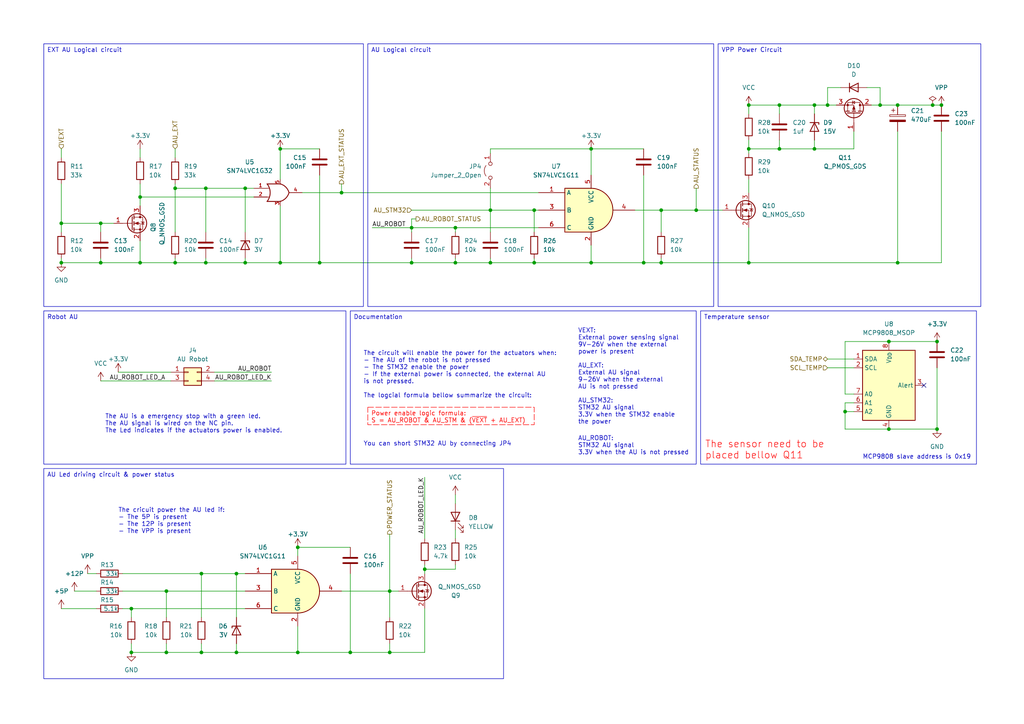
<source format=kicad_sch>
(kicad_sch (version 20230121) (generator eeschema)
  (paper "A4")
  (title_block (title "Carte Alim") (date "2025-01-15") (rev "V5.1"))
  (lib_symbols
    (symbol "ComponentsEvo:SN74LVC1G11"
      (property "Reference" "U" (at 7.62 -7.62 0))
      (property "Value" "SN74LVC1G11" (at 7.62 -10.16 0))
      (symbol "SN74LVC1G11_0_1"
        (arc (start 0 -6.35) (mid 6.3224 0) (end 0 6.35) (stroke (width 0.254)) (fill (type background)))
        (polyline (pts (xy 0 -6.35) (xy -7.62 -6.35) (xy -7.62 6.35) (xy 0 6.35)) (stroke (width 0.254)) (fill (type background)))
      )
      (symbol "SN74LVC1G11_1_1"
        (pin input line (at -15.24 5.08 0) (length 7.62) (name "A") (number "1"))
        (pin power_in line (at 0 -10.16 90) (length 3.81) (name "GND") (number "2"))
        (pin input line (at -15.24 0 0) (length 7.62) (name "B") (number "3"))
        (pin output line (at 12.7 0 180) (length 6.35) (name "~") (number "4"))
        (pin power_in line (at 0 10.16 270) (length 3.81) (name "VCC") (number "5"))
        (pin input line (at -15.24 -5.08 0) (length 7.62) (name "C") (number "6"))
      )
    )
    (symbol "ComponentsEvo:SN74LVC1G32" (pin_names (offset 1.016) hide)
      (property "Reference" "U?" (at -0.635 7.62 0))
      (property "Value" "SN74LVC1G32" (at -0.635 5.08 0))
      (symbol "SN74LVC1G32_0_1"
        (arc (start -3.81 -2.54) (mid -2.919 0) (end -3.81 2.54) (stroke (width 0.254)))
        (arc (start 0 -2.54) (mid 1.5993 -1.6027) (end 2.54 0) (stroke (width 0.254)))
        (polyline (pts (xy -3.81 -1.27) (xy -3.175 -1.27)))
        (polyline (pts (xy -3.81 1.27) (xy -3.175 1.27)))
        (polyline (pts (xy 0 -2.54) (xy -3.81 -2.54)) (stroke (width 0.254)) (fill (type background)))
        (polyline (pts (xy 0 2.54) (xy -3.81 2.54)) (stroke (width 0.254)) (fill (type background)))
        (arc (start 2.54 0) (mid 1.6119 1.6152) (end 0 2.54) (stroke (width 0.254)))
      )
      (symbol "SN74LVC1G32_1_1"
        (pin input line (at -7.62 1.27 0) (length 3.81) (name "A") (number "1"))
        (pin input line (at -7.62 -1.27 0) (length 3.81) (name "B") (number "2"))
        (pin power_in line (at 0 -3.81 90) (length 1.397) (name "GND") (number "3"))
        (pin output line (at 6.35 0 180) (length 3.81) (name "S") (number "4"))
        (pin power_in line (at 0 3.81 270) (length 1.397) (name "VCC") (number "5"))
      )
    )
    (symbol "Connector_Generic:Conn_02x02_Odd_Even" (pin_names (offset 1.016) hide)
      (property "Reference" "J" (at 1.27 2.54 0))
      (property "Value" "Conn_02x02_Odd_Even" (at 1.27 -5.08 0))
      (symbol "Conn_02x02_Odd_Even_1_1"
        (rectangle (start -1.27 -2.413) (end 0 -2.667) (stroke (width 0.1524)))
        (rectangle (start -1.27 0.127) (end 0 -0.127) (stroke (width 0.1524)))
        (rectangle (start -1.27 1.27) (end 3.81 -3.81) (stroke (width 0.254)) (fill (type background)))
        (rectangle (start 3.81 -2.413) (end 2.54 -2.667) (stroke (width 0.1524)))
        (rectangle (start 3.81 0.127) (end 2.54 -0.127) (stroke (width 0.1524)))
        (pin passive line (at -5.08 0 0) (length 3.81) (name "Pin_1") (number "1"))
        (pin passive line (at 7.62 0 180) (length 3.81) (name "Pin_2") (number "2"))
        (pin passive line (at -5.08 -2.54 0) (length 3.81) (name "Pin_3") (number "3"))
        (pin passive line (at 7.62 -2.54 180) (length 3.81) (name "Pin_4") (number "4"))
      )
    )
    (symbol "Device:C" (pin_numbers hide) (pin_names (offset 0.254))
      (property "Reference" "C" (at 0.635 2.54 0))
      (property "Value" "C" (at 0.635 -2.54 0))
      (symbol "C_0_1"
        (polyline (pts (xy -2.032 -0.762) (xy 2.032 -0.762)) (stroke (width 0.508)))
        (polyline (pts (xy -2.032 0.762) (xy 2.032 0.762)) (stroke (width 0.508)))
      )
      (symbol "C_1_1"
        (pin passive line (at 0 3.81 270) (length 2.794) (name "~") (number "1"))
        (pin passive line (at 0 -3.81 90) (length 2.794) (name "~") (number "2"))
      )
    )
    (symbol "Device:C_Polarized" (pin_numbers hide) (pin_names (offset 0.254))
      (property "Reference" "C" (at 0.635 2.54 0))
      (property "Value" "C_Polarized" (at 0.635 -2.54 0))
      (symbol "C_Polarized_0_1"
        (rectangle (start -2.286 0.508) (end 2.286 1.016))
        (polyline (pts (xy -1.778 2.286) (xy -0.762 2.286)))
        (polyline (pts (xy -1.27 2.794) (xy -1.27 1.778)))
        (rectangle (start 2.286 -0.508) (end -2.286 -1.016) (fill (type outline)))
      )
      (symbol "C_Polarized_1_1"
        (pin passive line (at 0 3.81 270) (length 2.794) (name "~") (number "1"))
        (pin passive line (at 0 -3.81 90) (length 2.794) (name "~") (number "2"))
      )
    )
    (symbol "Device:D" (pin_numbers hide) (pin_names (offset 1.016) hide)
      (property "Reference" "D" (at 0 2.54 0))
      (property "Value" "D" (at 0 -2.54 0))
      (symbol "D_0_1"
        (polyline (pts (xy -1.27 1.27) (xy -1.27 -1.27)) (stroke (width 0.254)))
        (polyline (pts (xy 1.27 0) (xy -1.27 0)))
        (polyline (pts (xy 1.27 1.27) (xy 1.27 -1.27) (xy -1.27 0) (xy 1.27 1.27)) (stroke (width 0.254)))
      )
      (symbol "D_1_1"
        (pin passive line (at -3.81 0 0) (length 2.54) (name "K") (number "1"))
        (pin passive line (at 3.81 0 180) (length 2.54) (name "A") (number "2"))
      )
    )
    (symbol "Device:D_Zener" (pin_numbers hide) (pin_names (offset 1.016) hide)
      (property "Reference" "D" (at 0 2.54 0))
      (property "Value" "D_Zener" (at 0 -2.54 0))
      (symbol "D_Zener_0_1"
        (polyline (pts (xy 1.27 0) (xy -1.27 0)))
        (polyline (pts (xy -1.27 -1.27) (xy -1.27 1.27) (xy -0.762 1.27)) (stroke (width 0.254)))
        (polyline (pts (xy 1.27 -1.27) (xy 1.27 1.27) (xy -1.27 0) (xy 1.27 -1.27)) (stroke (width 0.254)))
      )
      (symbol "D_Zener_1_1"
        (pin passive line (at -3.81 0 0) (length 2.54) (name "K") (number "1"))
        (pin passive line (at 3.81 0 180) (length 2.54) (name "A") (number "2"))
      )
    )
    (symbol "Device:LED" (pin_numbers hide) (pin_names (offset 1.016) hide)
      (property "Reference" "D" (at 0 2.54 0))
      (property "Value" "LED" (at 0 -2.54 0))
      (symbol "LED_0_1"
        (polyline (pts (xy -1.27 -1.27) (xy -1.27 1.27)) (stroke (width 0.254)))
        (polyline (pts (xy -1.27 0) (xy 1.27 0)))
        (polyline (pts (xy 1.27 -1.27) (xy 1.27 1.27) (xy -1.27 0) (xy 1.27 -1.27)) (stroke (width 0.254)))
        (polyline (pts (xy -3.048 -0.762) (xy -4.572 -2.286) (xy -3.81 -2.286) (xy -4.572 -2.286) (xy -4.572 -1.524)))
        (polyline (pts (xy -1.778 -0.762) (xy -3.302 -2.286) (xy -2.54 -2.286) (xy -3.302 -2.286) (xy -3.302 -1.524)))
      )
      (symbol "LED_1_1"
        (pin passive line (at -3.81 0 0) (length 2.54) (name "K") (number "1"))
        (pin passive line (at 3.81 0 180) (length 2.54) (name "A") (number "2"))
      )
    )
    (symbol "Device:Q_NMOS_GSD" (pin_names (offset 0) hide)
      (property "Reference" "Q" (at 5.08 1.27 0))
      (property "Value" "Q_NMOS_GSD" (at 5.08 -1.27 0))
      (symbol "Q_NMOS_GSD_0_1"
        (polyline (pts (xy 0.254 0) (xy -2.54 0)))
        (polyline (pts (xy 0.254 1.905) (xy 0.254 -1.905)) (stroke (width 0.254)))
        (polyline (pts (xy 0.762 -1.27) (xy 0.762 -2.286)) (stroke (width 0.254)))
        (polyline (pts (xy 0.762 0.508) (xy 0.762 -0.508)) (stroke (width 0.254)))
        (polyline (pts (xy 0.762 2.286) (xy 0.762 1.27)) (stroke (width 0.254)))
        (polyline (pts (xy 2.54 2.54) (xy 2.54 1.778)))
        (polyline (pts (xy 2.54 -2.54) (xy 2.54 0) (xy 0.762 0)))
        (polyline (pts (xy 0.762 -1.778) (xy 3.302 -1.778) (xy 3.302 1.778) (xy 0.762 1.778)))
        (polyline (pts (xy 1.016 0) (xy 2.032 0.381) (xy 2.032 -0.381) (xy 1.016 0)) (fill (type outline)))
        (polyline (pts (xy 2.794 0.508) (xy 2.921 0.381) (xy 3.683 0.381) (xy 3.81 0.254)))
        (polyline (pts (xy 3.302 0.381) (xy 2.921 -0.254) (xy 3.683 -0.254) (xy 3.302 0.381)))
        (circle (center 1.651 0) (radius 2.794) (stroke (width 0.254)))
        (circle (center 2.54 -1.778) (radius 0.254) (fill (type outline)))
        (circle (center 2.54 1.778) (radius 0.254) (fill (type outline)))
      )
      (symbol "Q_NMOS_GSD_1_1"
        (pin input line (at -5.08 0 0) (length 2.54) (name "G") (number "1"))
        (pin passive line (at 2.54 -5.08 90) (length 2.54) (name "S") (number "2"))
        (pin passive line (at 2.54 5.08 270) (length 2.54) (name "D") (number "3"))
      )
    )
    (symbol "Device:Q_PMOS_GDS" (pin_names (offset 0) hide)
      (property "Reference" "Q" (at 5.08 1.27 0))
      (property "Value" "Q_PMOS_GDS" (at 5.08 -1.27 0))
      (symbol "Q_PMOS_GDS_0_1"
        (polyline (pts (xy 0.254 0) (xy -2.54 0)))
        (polyline (pts (xy 0.254 1.905) (xy 0.254 -1.905)) (stroke (width 0.254)))
        (polyline (pts (xy 0.762 -1.27) (xy 0.762 -2.286)) (stroke (width 0.254)))
        (polyline (pts (xy 0.762 0.508) (xy 0.762 -0.508)) (stroke (width 0.254)))
        (polyline (pts (xy 0.762 2.286) (xy 0.762 1.27)) (stroke (width 0.254)))
        (polyline (pts (xy 2.54 2.54) (xy 2.54 1.778)))
        (polyline (pts (xy 2.54 -2.54) (xy 2.54 0) (xy 0.762 0)))
        (polyline (pts (xy 0.762 1.778) (xy 3.302 1.778) (xy 3.302 -1.778) (xy 0.762 -1.778)))
        (polyline (pts (xy 2.286 0) (xy 1.27 0.381) (xy 1.27 -0.381) (xy 2.286 0)) (fill (type outline)))
        (polyline (pts (xy 2.794 -0.508) (xy 2.921 -0.381) (xy 3.683 -0.381) (xy 3.81 -0.254)))
        (polyline (pts (xy 3.302 -0.381) (xy 2.921 0.254) (xy 3.683 0.254) (xy 3.302 -0.381)))
        (circle (center 1.651 0) (radius 2.794) (stroke (width 0.254)))
        (circle (center 2.54 -1.778) (radius 0.254) (fill (type outline)))
        (circle (center 2.54 1.778) (radius 0.254) (fill (type outline)))
      )
      (symbol "Q_PMOS_GDS_1_1"
        (pin input line (at -5.08 0 0) (length 2.54) (name "G") (number "1"))
        (pin passive line (at 2.54 5.08 270) (length 2.54) (name "D") (number "2"))
        (pin passive line (at 2.54 -5.08 90) (length 2.54) (name "S") (number "3"))
      )
    )
    (symbol "Device:R" (pin_numbers hide) (pin_names (offset 0))
      (property "Reference" "R" (at 2.032 0 90))
      (property "Value" "R" (at 0 0 90))
      (symbol "R_0_1"
        (rectangle (start -1.016 -2.54) (end 1.016 2.54) (stroke (width 0.254)))
      )
      (symbol "R_1_1"
        (pin passive line (at 0 3.81 270) (length 1.27) (name "~") (number "1"))
        (pin passive line (at 0 -3.81 90) (length 1.27) (name "~") (number "2"))
      )
    )
    (symbol "Jumper:Jumper_2_Open" (pin_names (offset 0) hide)
      (property "Reference" "JP" (at 0 2.794 0))
      (property "Value" "Jumper_2_Open" (at 0 -2.286 0))
      (symbol "Jumper_2_Open_0_0"
        (circle (center -2.032 0) (radius 0.508))
        (circle (center 2.032 0) (radius 0.508))
      )
      (symbol "Jumper_2_Open_0_1"
        (arc (start 1.524 1.27) (mid 0 1.778) (end -1.524 1.27))
      )
      (symbol "Jumper_2_Open_1_1"
        (pin passive line (at -5.08 0 0) (length 2.54) (name "A") (number "1"))
        (pin passive line (at 5.08 0 180) (length 2.54) (name "B") (number "2"))
      )
    )
    (symbol "Sensor_Temperature:MCP9808_MSOP"
      (property "Reference" "U" (at -6.35 11.43 0))
      (property "Value" "MCP9808_MSOP" (at 10.16 11.43 0))
      (symbol "MCP9808_MSOP_0_1"
        (rectangle (start -7.62 10.16) (end 7.62 -10.16) (stroke (width 0.254)) (fill (type background)))
      )
      (symbol "MCP9808_MSOP_1_1"
        (pin bidirectional line (at -10.16 7.62 0) (length 2.54) (name "SDA") (number "1"))
        (pin input line (at -10.16 5.08 0) (length 2.54) (name "SCL") (number "2"))
        (pin output line (at 10.16 0 180) (length 2.54) (name "Alert") (number "3"))
        (pin power_in line (at 0 -12.7 90) (length 2.54) (name "GND") (number "4"))
        (pin input line (at -10.16 -7.62 0) (length 2.54) (name "A2") (number "5"))
        (pin input line (at -10.16 -5.08 0) (length 2.54) (name "A1") (number "6"))
        (pin input line (at -10.16 -2.54 0) (length 2.54) (name "A0") (number "7"))
        (pin power_in line (at 0 12.7 270) (length 2.54) (name "V_{DD}") (number "8"))
      )
    )
    (symbol "power:+12P" (power) (pin_names (offset 0))
      (property "Value" "+12P" (at 0 3.556 0))
      (symbol "+12P_0_1"
        (polyline (pts (xy -0.762 1.27) (xy 0 2.54)))
        (polyline (pts (xy 0 0) (xy 0 2.54)))
        (polyline (pts (xy 0 2.54) (xy 0.762 1.27)))
      )
      (symbol "+12P_1_1"
        (pin power_in line (at 0 0 90) (length 0) hide (name "+12P") (number "1"))
      )
    )
    (symbol "power:+3.3V" (power) (pin_names (offset 0))
      (property "Value" "+3.3V" (at 0 3.556 0))
      (symbol "+3.3V_0_1"
        (polyline (pts (xy -0.762 1.27) (xy 0 2.54)))
        (polyline (pts (xy 0 0) (xy 0 2.54)))
        (polyline (pts (xy 0 2.54) (xy 0.762 1.27)))
      )
      (symbol "+3.3V_1_1"
        (pin power_in line (at 0 0 90) (length 0) hide (name "+3.3V") (number "1"))
      )
    )
    (symbol "power:+5P" (power) (pin_names (offset 0))
      (property "Value" "+5P" (at 0 3.556 0))
      (symbol "+5P_0_1"
        (polyline (pts (xy -0.762 1.27) (xy 0 2.54)))
        (polyline (pts (xy 0 0) (xy 0 2.54)))
        (polyline (pts (xy 0 2.54) (xy 0.762 1.27)))
      )
      (symbol "+5P_1_1"
        (pin power_in line (at 0 0 90) (length 0) hide (name "+5P") (number "1"))
      )
    )
    (symbol "power:GND" (power) (pin_names (offset 0))
      (property "Value" "GND" (at 0 -3.81 0))
      (symbol "GND_0_1"
        (polyline (pts (xy 0 0) (xy 0 -1.27) (xy 1.27 -1.27) (xy 0 -2.54) (xy -1.27 -1.27) (xy 0 -1.27)))
      )
      (symbol "GND_1_1"
        (pin power_in line (at 0 0 270) (length 0) hide (name "GND") (number "1"))
      )
    )
    (symbol "power:PWR_FLAG" (power) (pin_numbers hide) (pin_names (offset 0) hide)
      (property "Value" "PWR_FLAG" (at 0 3.81 0))
      (symbol "PWR_FLAG_0_0"
        (pin power_out line (at 0 0 90) (length 0) (name "pwr") (number "1"))
      )
      (symbol "PWR_FLAG_0_1"
        (polyline (pts (xy 0 0) (xy 0 1.27) (xy -1.016 1.905) (xy 0 2.54) (xy 1.016 1.905) (xy 0 1.27)))
      )
    )
    (symbol "power:VCC" (power) (pin_names (offset 0))
      (property "Value" "VCC" (at 0 3.81 0))
      (symbol "VCC_0_1"
        (polyline (pts (xy -0.762 1.27) (xy 0 2.54)))
        (polyline (pts (xy 0 0) (xy 0 2.54)))
        (polyline (pts (xy 0 2.54) (xy 0.762 1.27)))
      )
      (symbol "VCC_1_1"
        (pin power_in line (at 0 0 90) (length 0) hide (name "VCC") (number "1"))
      )
    )
    (symbol "power:VPP" (power) (pin_names (offset 0))
      (property "Value" "VPP" (at 0 3.81 0))
      (symbol "VPP_0_1"
        (polyline (pts (xy -0.762 1.27) (xy 0 2.54)))
        (polyline (pts (xy 0 0) (xy 0 2.54)))
        (polyline (pts (xy 0 2.54) (xy 0.762 1.27)))
      )
      (symbol "VPP_1_1"
        (pin power_in line (at 0 0 90) (length 0) hide (name "VPP") (number "1"))
      )
    )
  )
  (junction (at 81.28 43.18))
  (junction (at 226.06 30.48))
  (junction (at 260.35 30.48))
  (junction (at 201.93 60.96))
  (junction (at 260.35 76.2))
  (junction (at 58.42 166.37))
  (junction (at 273.05 30.48))
  (junction (at 132.08 76.2))
  (junction (at 68.58 189.23))
  (junction (at 257.81 124.46))
  (junction (at 154.94 76.2))
  (junction (at 40.64 76.2))
  (junction (at 59.69 54.61))
  (junction (at 240.03 30.48))
  (junction (at 123.19 165.1))
  (junction (at 86.36 189.23))
  (junction (at 50.8 76.2))
  (junction (at 99.06 55.88))
  (junction (at 40.64 57.15))
  (junction (at 171.45 76.2))
  (junction (at 257.81 99.06))
  (junction (at 59.69 76.2))
  (junction (at 154.94 60.96))
  (junction (at 101.6 189.23))
  (junction (at 86.36 158.75))
  (junction (at 48.26 189.23))
  (junction (at 236.22 43.18))
  (junction (at 236.22 30.48))
  (junction (at 217.17 76.2))
  (junction (at 38.1 176.53))
  (junction (at 71.12 76.2))
  (junction (at 58.42 189.23))
  (junction (at 255.27 30.48))
  (junction (at 48.26 171.45))
  (junction (at 68.58 166.37))
  (junction (at 142.24 76.2))
  (junction (at 191.77 76.2))
  (junction (at 186.69 76.2))
  (junction (at 226.06 43.18))
  (junction (at 113.03 171.45))
  (junction (at 191.77 60.96))
  (junction (at 132.08 66.04))
  (junction (at 217.17 43.18))
  (junction (at 29.21 76.2))
  (junction (at 92.71 76.2))
  (junction (at 38.1 189.23))
  (junction (at 270.51 30.48))
  (junction (at 217.17 30.48))
  (junction (at 29.21 64.77))
  (junction (at 171.45 43.18))
  (junction (at 81.28 76.2))
  (junction (at 113.03 189.23))
  (junction (at 142.24 60.96))
  (junction (at 17.78 76.2))
  (junction (at 271.78 99.06))
  (junction (at 271.78 124.46))
  (junction (at 245.11 119.38))
  (junction (at 17.78 64.77))
  (junction (at 119.38 76.2))
  (junction (at 50.8 54.61))
  (junction (at 119.38 66.04))
  (junction (at 71.12 54.61))
  (no_connect (at 267.97 111.76))
  (wire (pts (xy 62.23 110.49) (xy 78.74 110.49)))
  (wire (pts (xy 142.24 76.2) (xy 154.94 76.2)))
  (wire (pts (xy 236.22 30.48) (xy 240.03 30.48)))
  (wire (pts (xy 240.03 104.14) (xy 247.65 104.14)))
  (wire (pts (xy 113.03 171.45) (xy 115.57 171.45)))
  (wire (pts (xy 270.51 30.48) (xy 273.05 30.48)))
  (wire (pts (xy 58.42 166.37) (xy 68.58 166.37)))
  (wire (pts (xy 29.21 64.77) (xy 17.78 64.77)))
  (wire (pts (xy 240.03 25.4) (xy 240.03 30.48)))
  (wire (pts (xy 226.06 40.64) (xy 226.06 43.18)))
  (wire (pts (xy 17.78 43.18) (xy 17.78 45.72)))
  (wire (pts (xy 191.77 60.96) (xy 201.93 60.96)))
  (wire (pts (xy 68.58 166.37) (xy 68.58 179.07)))
  (wire (pts (xy 154.94 74.93) (xy 154.94 76.2)))
  (wire (pts (xy 132.08 76.2) (xy 132.08 74.93)))
  (wire (pts (xy 255.27 30.48) (xy 260.35 30.48)))
  (wire (pts (xy 171.45 43.18) (xy 171.45 50.8)))
  (wire (pts (xy 245.11 116.84) (xy 245.11 119.38)))
  (wire (pts (xy 48.26 189.23) (xy 58.42 189.23)))
  (wire (pts (xy 217.17 43.18) (xy 217.17 44.45)))
  (wire (pts (xy 99.06 171.45) (xy 113.03 171.45)))
  (wire (pts (xy 107.95 66.04) (xy 119.38 66.04)))
  (wire (pts (xy 81.28 43.18) (xy 92.71 43.18)))
  (wire (pts (xy 86.36 158.75) (xy 101.6 158.75)))
  (wire (pts (xy 50.8 74.93) (xy 50.8 76.2)))
  (wire (pts (xy 119.38 63.5) (xy 119.38 66.04)))
  (wire (pts (xy 59.69 54.61) (xy 50.8 54.61)))
  (wire (pts (xy 186.69 76.2) (xy 191.77 76.2)))
  (wire (pts (xy 86.36 189.23) (xy 101.6 189.23)))
  (wire (pts (xy 273.05 38.1) (xy 273.05 76.2)))
  (wire (pts (xy 113.03 154.94) (xy 113.03 171.45)))
  (wire (pts (xy 38.1 176.53) (xy 38.1 179.07)))
  (wire (pts (xy 59.69 54.61) (xy 71.12 54.61)))
  (wire (pts (xy 48.26 186.69) (xy 48.26 189.23)))
  (wire (pts (xy 119.38 76.2) (xy 132.08 76.2)))
  (wire (pts (xy 71.12 54.61) (xy 73.66 54.61)))
  (wire (pts (xy 240.03 106.68) (xy 247.65 106.68)))
  (wire (pts (xy 29.21 64.77) (xy 33.02 64.77)))
  (wire (pts (xy 217.17 40.64) (xy 217.17 43.18)))
  (wire (pts (xy 40.64 57.15) (xy 73.66 57.15)))
  (wire (pts (xy 71.12 74.93) (xy 71.12 76.2)))
  (wire (pts (xy 48.26 179.07) (xy 48.26 171.45)))
  (wire (pts (xy 81.28 43.18) (xy 81.28 52.07)))
  (wire (pts (xy 226.06 30.48) (xy 236.22 30.48)))
  (wire (pts (xy 260.35 38.1) (xy 260.35 76.2)))
  (wire (pts (xy 245.11 119.38) (xy 247.65 119.38)))
  (wire (pts (xy 50.8 54.61) (xy 50.8 53.34)))
  (wire (pts (xy 40.64 69.85) (xy 40.64 76.2)))
  (wire (pts (xy 21.59 171.45) (xy 27.94 171.45)))
  (wire (pts (xy 217.17 52.07) (xy 217.17 55.88)))
  (wire (pts (xy 255.27 30.48) (xy 252.73 30.48)))
  (wire (pts (xy 142.24 60.96) (xy 154.94 60.96)))
  (wire (pts (xy 217.17 43.18) (xy 226.06 43.18)))
  (wire (pts (xy 243.84 25.4) (xy 240.03 25.4)))
  (wire (pts (xy 251.46 25.4) (xy 255.27 25.4)))
  (wire (pts (xy 35.56 171.45) (xy 48.26 171.45)))
  (wire (pts (xy 25.4 166.37) (xy 27.94 166.37)))
  (wire (pts (xy 154.94 76.2) (xy 171.45 76.2)))
  (wire (pts (xy 245.11 116.84) (xy 247.65 116.84)))
  (wire (pts (xy 217.17 30.48) (xy 217.17 33.02)))
  (wire (pts (xy 38.1 176.53) (xy 71.12 176.53)))
  (wire (pts (xy 29.21 76.2) (xy 40.64 76.2)))
  (wire (pts (xy 132.08 163.83) (xy 132.08 165.1)))
  (wire (pts (xy 132.08 143.51) (xy 132.08 146.05)))
  (wire (pts (xy 17.78 176.53) (xy 27.94 176.53)))
  (wire (pts (xy 92.71 50.8) (xy 92.71 76.2)))
  (wire (pts (xy 99.06 55.88) (xy 156.21 55.88)))
  (wire (pts (xy 35.56 176.53) (xy 38.1 176.53)))
  (wire (pts (xy 123.19 176.53) (xy 123.19 189.23)))
  (wire (pts (xy 101.6 189.23) (xy 113.03 189.23)))
  (wire (pts (xy 40.64 45.72) (xy 40.64 43.18)))
  (wire (pts (xy 59.69 76.2) (xy 71.12 76.2)))
  (wire (pts (xy 59.69 54.61) (xy 59.69 67.31)))
  (wire (pts (xy 40.64 53.34) (xy 40.64 57.15)))
  (wire (pts (xy 142.24 74.93) (xy 142.24 76.2)))
  (wire (pts (xy 247.65 43.18) (xy 247.65 38.1)))
  (wire (pts (xy 58.42 179.07) (xy 58.42 166.37)))
  (wire (pts (xy 92.71 76.2) (xy 119.38 76.2)))
  (wire (pts (xy 154.94 60.96) (xy 156.21 60.96)))
  (wire (pts (xy 191.77 76.2) (xy 191.77 74.93)))
  (wire (pts (xy 113.03 171.45) (xy 113.03 179.07)))
  (wire (pts (xy 217.17 66.04) (xy 217.17 76.2)))
  (wire (pts (xy 40.64 59.69) (xy 40.64 57.15)))
  (wire (pts (xy 132.08 165.1) (xy 123.19 165.1)))
  (wire (pts (xy 58.42 189.23) (xy 68.58 189.23)))
  (wire (pts (xy 171.45 43.18) (xy 186.69 43.18)))
  (wire (pts (xy 271.78 124.46) (xy 257.81 124.46)))
  (wire (pts (xy 119.38 66.04) (xy 119.38 67.31)))
  (wire (pts (xy 184.15 60.96) (xy 191.77 60.96)))
  (wire (pts (xy 273.05 76.2) (xy 260.35 76.2)))
  (wire (pts (xy 123.19 138.43) (xy 123.19 156.21)))
  (wire (pts (xy 132.08 153.67) (xy 132.08 156.21)))
  (wire (pts (xy 62.23 107.95) (xy 78.74 107.95)))
  (wire (pts (xy 119.38 74.93) (xy 119.38 76.2)))
  (wire (pts (xy 240.03 30.48) (xy 242.57 30.48)))
  (wire (pts (xy 48.26 171.45) (xy 71.12 171.45)))
  (wire (pts (xy 226.06 43.18) (xy 236.22 43.18)))
  (wire (pts (xy 271.78 106.68) (xy 271.78 124.46)))
  (wire (pts (xy 81.28 76.2) (xy 92.71 76.2)))
  (wire (pts (xy 38.1 189.23) (xy 48.26 189.23)))
  (wire (pts (xy 123.19 165.1) (xy 123.19 163.83)))
  (wire (pts (xy 34.29 107.95) (xy 49.53 107.95)))
  (wire (pts (xy 86.36 158.75) (xy 86.36 161.29)))
  (wire (pts (xy 201.93 60.96) (xy 209.55 60.96)))
  (wire (pts (xy 132.08 67.31) (xy 132.08 66.04)))
  (wire (pts (xy 101.6 166.37) (xy 101.6 189.23)))
  (wire (pts (xy 123.19 165.1) (xy 123.19 166.37)))
  (wire (pts (xy 50.8 54.61) (xy 50.8 67.31)))
  (wire (pts (xy 271.78 99.06) (xy 257.81 99.06)))
  (wire (pts (xy 245.11 119.38) (xy 245.11 124.46)))
  (wire (pts (xy 99.06 53.34) (xy 99.06 55.88)))
  (wire (pts (xy 87.63 55.88) (xy 99.06 55.88)))
  (wire (pts (xy 201.93 54.61) (xy 201.93 60.96)))
  (wire (pts (xy 260.35 30.48) (xy 270.51 30.48)))
  (wire (pts (xy 255.27 25.4) (xy 255.27 30.48)))
  (wire (pts (xy 81.28 59.69) (xy 81.28 76.2)))
  (wire (pts (xy 119.38 60.96) (xy 142.24 60.96)))
  (wire (pts (xy 17.78 64.77) (xy 17.78 67.31)))
  (wire (pts (xy 120.65 63.5) (xy 119.38 63.5)))
  (wire (pts (xy 191.77 60.96) (xy 191.77 67.31)))
  (wire (pts (xy 245.11 114.3) (xy 245.11 99.06)))
  (wire (pts (xy 68.58 186.69) (xy 68.58 189.23)))
  (wire (pts (xy 86.36 189.23) (xy 86.36 181.61)))
  (wire (pts (xy 17.78 53.34) (xy 17.78 64.77)))
  (wire (pts (xy 247.65 114.3) (xy 245.11 114.3)))
  (wire (pts (xy 236.22 43.18) (xy 247.65 43.18)))
  (wire (pts (xy 59.69 74.93) (xy 59.69 76.2)))
  (wire (pts (xy 236.22 30.48) (xy 236.22 33.02)))
  (wire (pts (xy 171.45 71.12) (xy 171.45 76.2)))
  (wire (pts (xy 132.08 76.2) (xy 142.24 76.2)))
  (wire (pts (xy 17.78 76.2) (xy 29.21 76.2)))
  (wire (pts (xy 217.17 76.2) (xy 260.35 76.2)))
  (wire (pts (xy 29.21 64.77) (xy 29.21 67.31)))
  (wire (pts (xy 68.58 189.23) (xy 86.36 189.23)))
  (wire (pts (xy 142.24 43.18) (xy 142.24 44.45)))
  (wire (pts (xy 50.8 43.18) (xy 50.8 45.72)))
  (wire (pts (xy 257.81 124.46) (xy 245.11 124.46)))
  (wire (pts (xy 68.58 166.37) (xy 71.12 166.37)))
  (wire (pts (xy 186.69 50.8) (xy 186.69 76.2)))
  (wire (pts (xy 171.45 43.18) (xy 142.24 43.18)))
  (wire (pts (xy 38.1 186.69) (xy 38.1 189.23)))
  (wire (pts (xy 35.56 166.37) (xy 58.42 166.37)))
  (wire (pts (xy 217.17 30.48) (xy 226.06 30.48)))
  (wire (pts (xy 236.22 43.18) (xy 236.22 40.64)))
  (wire (pts (xy 171.45 76.2) (xy 186.69 76.2)))
  (wire (pts (xy 40.64 76.2) (xy 50.8 76.2)))
  (wire (pts (xy 113.03 186.69) (xy 113.03 189.23)))
  (wire (pts (xy 191.77 76.2) (xy 217.17 76.2)))
  (wire (pts (xy 142.24 54.61) (xy 142.24 60.96)))
  (wire (pts (xy 50.8 76.2) (xy 59.69 76.2)))
  (wire (pts (xy 226.06 30.48) (xy 226.06 33.02)))
  (wire (pts (xy 154.94 60.96) (xy 154.94 67.31)))
  (wire (pts (xy 29.21 74.93) (xy 29.21 76.2)))
  (wire (pts (xy 71.12 54.61) (xy 71.12 67.31)))
  (wire (pts (xy 245.11 99.06) (xy 257.81 99.06)))
  (wire (pts (xy 119.38 66.04) (xy 132.08 66.04)))
  (wire (pts (xy 58.42 186.69) (xy 58.42 189.23)))
  (wire (pts (xy 123.19 189.23) (xy 113.03 189.23)))
  (wire (pts (xy 132.08 66.04) (xy 156.21 66.04)))
  (wire (pts (xy 29.21 110.49) (xy 49.53 110.49)))
  (wire (pts (xy 142.24 60.96) (xy 142.24 67.31)))
  (wire (pts (xy 17.78 74.93) (xy 17.78 76.2)))
  (wire (pts (xy 71.12 76.2) (xy 81.28 76.2)))
  (text_box "AU Led driving circuit & power status" (at 12.7 135.89 0) (size 133.35 60.96) (effects (font (size 1.27 1.27)) (justify left top)))
  (text_box "Temperature sensor" (at 203.2 90.17 0) (size 80.01 44.45) (effects (font (size 1.27 1.27)) (justify left top)))
  (text_box "AU Logical circuit" (at 106.68 12.7 0) (size 100.33 76.2) (effects (font (size 1.27 1.27)) (justify left top)))
  (text_box "Documentation" (at 101.6 90.17 0) (size 100.33 44.45) (effects (font (size 1.27 1.27)) (justify left top)))
  (text_box "Power enable logic formula:\nS = AU_ROBOT & AU_STM & (~{VEXT} + AU_EXT)" (at 106.68 118.11 0) (size 48.26 5.08) (stroke (width 0) (type dash) (color 255 0 0 1)) (effects (font (size 1.27 1.27)) (justify left top)))
  (text_box "Robot AU" (at 12.7 90.17 0) (size 87.63 44.45) (effects (font (size 1.27 1.27)) (justify left top)))
  (text_box "VPP Power Circuit" (at 208.28 12.7 0) (size 76.2 76.2) (effects (font (size 1.27 1.27)) (justify left top)))
  (text_box "EXT AU Logical circuit" (at 12.7 12.7 0) (size 92.71 76.2) (effects (font (size 1.27 1.27)) (justify left top)))
  (text "MCP9808 slave address is 0x19" (at 250.19 133.35 0) (effects (font (size 1.27 1.27)) (justify left bottom)))
  (text "AU_EXT:\nExternal AU signal\n9-26V when the external\nAU is not pressed" (at 167.64 113.03 0) (effects (font (size 1.27 1.27)) (justify left bottom)))
  (text "You can short STM32 AU by connecting JP4" (at 105.41 129.54 0) (effects (font (size 1.27 1.27)) (justify left bottom)))
  (text "The cricuit power the AU led if:\n- The 5P is present\n- The 12P is present\n- The VPP is present" (at 34.29 154.94 0) (effects (font (size 1.27 1.27)) (justify left bottom)))
  (text "The sensor need to be\nplaced bellow Q11" (at 204.47 133.35 0) (effects (font (size 2 2)) (justify left bottom)))
  (text "The AU is a emergency stop with a green led.\nThe AU signal is wired on the NC pin.\nThe Led indicates if the actuators power is enabled." (at 30.48 125.73 0) (effects (font (size 1.27 1.27)) (justify left bottom)))
  (text "AU_ROBOT:\nSTM32 AU signal\n3.3V when the AU is not pressed" (at 167.64 132.08 0) (effects (font (size 1.27 1.27)) (justify left bottom)))
  (text "AU_STM32:\nSTM32 AU signal\n3.3V when the STM32 enable\nthe power" (at 167.64 123.19 0) (effects (font (size 1.27 1.27)) (justify left bottom)))
  (text "VEXT:\nExternal power sensing signal\n9V-26V when the external\npower is present" (at 167.64 102.87 0) (effects (font (size 1.27 1.27)) (justify left bottom)))
  (text "The circuit will enable the power for the actuators when:\n- The AU of the robot is not pressed\n- The STM32 enable the power\n- If the external power is connected, the external AU\nis not pressed.\n\nThe logcial formula bellow summarize the circuit:" (at 105.41 115.57 0) (effects (font (size 1.27 1.27)) (justify left bottom)))
  (label "AU_ROBOT" (at 78.74 107.95 180))
  (label "AU_ROBOT_LED_K" (at 78.74 110.49 180))
  (label "AU_ROBOT" (at 107.95 66.04 0))
  (label "AU_ROBOT_LED_A" (at 31.75 110.49 0))
  (label "AU_ROBOT_LED_K" (at 123.19 138.43 270))
  (hierarchical_label "AU_STATUS" (shape output) (at 201.93 54.61 90))
  (hierarchical_label "VEXT" (shape input) (at 17.78 43.18 90))
  (hierarchical_label "POWER_STATUS" (shape output) (at 113.03 154.94 90))
  (hierarchical_label "AU_EXT" (shape input) (at 50.8 43.18 90))
  (hierarchical_label "AU_ROBOT_STATUS" (shape output) (at 120.65 63.5 0))
  (hierarchical_label "AU_EXT_STATUS" (shape output) (at 99.06 53.34 90))
  (hierarchical_label "AU_STM32" (shape input) (at 119.38 60.96 180))
  (hierarchical_label "SCL_TEMP" (shape input) (at 240.03 106.68 180))
  (hierarchical_label "SDA_TEMP" (shape bidirectional) (at 240.03 104.14 180))
  (symbol (lib_id "Sensor_Temperature:MCP9808_MSOP") (at 257.81 111.76 0) (unit 1)
    (property "Reference" "U8" (at 257.81 93.98 0))
    (property "Value" "MCP9808_MSOP" (at 257.81 96.52 0))
    (property "Footprint" "Package_SO:MSOP-8_3x3mm_P0.65mm" (effects hide))
    (property "Datasheet" "http://ww1.microchip.com/downloads/en/DeviceDoc/22203b.pdf" (effects hide))
  )
  (symbol (lib_id "Device:C") (at 186.69 46.99 0) (unit 1)
    (property "Reference" "C19" (at 190.5 45.72 0) (effects (justify left)))
    (property "Value" "100nF" (at 190.5 48.26 0) (effects (justify left)))
    (property "Footprint" "Capacitor_SMD:C_0603_1608Metric" (effects hide))
  )
  (symbol (lib_id "Device:D_Zener") (at 71.12 71.12 270) (unit 1)
    (property "Reference" "D7" (at 73.66 69.85 90) (effects (justify left)))
    (property "Value" "3V" (at 73.66 72.39 90) (effects (justify left)))
    (property "Footprint" "Diode_SMD:D_SOD-523" (effects hide))
  )
  (symbol (lib_id "power:+3.3V") (at 34.29 107.95 0) (unit 1)
    (property "Reference" "#PWR027" (effects hide))
    (property "Value" "+3.3V" (at 34.29 104.14 0))
  )
  (symbol (lib_id "Jumper:Jumper_2_Open") (at 142.24 49.53 90) (mirror x) (unit 1) (in_bom no)
    (property "Reference" "JP4" (at 139.7 48.26 90) (effects (justify left)))
    (property "Value" "Jumper_2_Open" (at 139.7 50.8 90) (effects (justify left)))
    (property "Footprint" "Connector_PinHeader_2.54mm:PinHeader_1x02_P2.54mm_Vertical" (effects hide))
  )
  (symbol (lib_id "Device:R") (at 50.8 71.12 0) (unit 1)
    (property "Reference" "R20" (at 53.34 69.85 0) (effects (justify left)))
    (property "Value" "10k" (at 53.34 72.39 0) (effects (justify left)))
    (property "Footprint" "Resistor_SMD:R_0603_1608Metric" (effects hide))
  )
  (symbol (lib_id "Device:C") (at 142.24 71.12 0) (unit 1)
    (property "Reference" "C18" (at 146.05 69.85 0) (effects (justify left)))
    (property "Value" "100nF" (at 146.05 72.39 0) (effects (justify left)))
    (property "Footprint" "Capacitor_SMD:C_0603_1608Metric" (effects hide))
  )
  (symbol (lib_id "Device:R") (at 113.03 182.88 0) (unit 1)
    (property "Reference" "R22" (at 115.57 181.61 0) (effects (justify left)))
    (property "Value" "10k" (at 115.57 184.15 0) (effects (justify left)))
    (property "Footprint" "Resistor_SMD:R_0603_1608Metric" (effects hide))
  )
  (symbol (lib_id "Device:C") (at 226.06 36.83 0) (unit 1)
    (property "Reference" "C20" (at 229.87 35.56 0) (effects (justify left)))
    (property "Value" "1uf" (at 229.87 38.1 0) (effects (justify left)))
    (property "Footprint" "Capacitor_SMD:C_0603_1608Metric" (effects hide))
  )
  (symbol (lib_id "power:VCC") (at 29.21 110.49 0) (unit 1)
    (property "Reference" "#PWR026" (effects hide))
    (property "Value" "VCC" (at 29.21 105.41 0))
  )
  (symbol (lib_id "power:GND") (at 271.78 124.46 0) (unit 1)
    (property "Reference" "#PWR036" (effects hide))
    (property "Value" "GND" (at 271.78 129.54 0))
  )
  (symbol (lib_id "Device:Q_PMOS_GDS") (at 247.65 33.02 270) (mirror x) (unit 1)
    (property "Reference" "Q11" (at 245.11 45.72 90))
    (property "Value" "Q_PMOS_GDS" (at 245.11 48.26 90))
    (property "Footprint" "Package_TO_SOT_SMD:TO-252-2" (effects hide))
  )
  (symbol (lib_id "power:VPP") (at 273.05 30.48 0) (unit 1)
    (property "Reference" "#PWR037" (effects hide))
    (property "Value" "VPP" (at 273.05 25.4 0))
  )
  (symbol (lib_id "Device:C") (at 59.69 71.12 0) (unit 1)
    (property "Reference" "C14" (at 63.5 69.85 0) (effects (justify left)))
    (property "Value" "100nF" (at 63.5 72.39 0) (effects (justify left)))
    (property "Footprint" "Capacitor_SMD:C_0603_1608Metric" (effects hide))
  )
  (symbol (lib_id "Connector_Generic:Conn_02x02_Odd_Even") (at 54.61 107.95 0) (unit 1)
    (property "Reference" "J4" (at 55.88 101.6 0))
    (property "Value" "AU Robot" (at 55.88 104.14 0))
    (property "Footprint" "ConnectorsEvo:690367280476" (effects hide))
  )
  (symbol (lib_id "Device:D_Zener") (at 68.58 182.88 90) (mirror x) (unit 1)
    (property "Reference" "D6" (at 66.04 181.61 90) (effects (justify left)))
    (property "Value" "3V" (at 66.04 184.15 90) (effects (justify left)))
    (property "Footprint" "Diode_SMD:D_SOD-523" (effects hide))
  )
  (symbol (lib_id "Device:R") (at 40.64 49.53 0) (unit 1)
    (property "Reference" "R17" (at 43.18 48.26 0) (effects (justify left)))
    (property "Value" "10k" (at 43.18 50.8 0) (effects (justify left)))
    (property "Footprint" "Resistor_SMD:R_0603_1608Metric" (effects hide))
  )
  (symbol (lib_id "Device:R") (at 217.17 48.26 0) (unit 1)
    (property "Reference" "R29" (at 219.71 46.99 0) (effects (justify left)))
    (property "Value" "10k" (at 219.71 49.53 0) (effects (justify left)))
    (property "Footprint" "Resistor_SMD:R_0603_1608Metric" (effects hide))
  )
  (symbol (lib_id "Device:R") (at 132.08 71.12 0) (unit 1)
    (property "Reference" "R24" (at 134.62 69.85 0) (effects (justify left)))
    (property "Value" "10k" (at 134.62 72.39 0) (effects (justify left)))
    (property "Footprint" "Resistor_SMD:R_0603_1608Metric" (effects hide))
  )
  (symbol (lib_id "Device:R") (at 191.77 71.12 0) (unit 1)
    (property "Reference" "R27" (at 194.31 69.85 0) (effects (justify left)))
    (property "Value" "10k" (at 194.31 72.39 0) (effects (justify left)))
    (property "Footprint" "Resistor_SMD:R_0603_1608Metric" (effects hide))
  )
  (symbol (lib_id "Device:C") (at 29.21 71.12 0) (unit 1)
    (property "Reference" "C13" (at 33.02 69.85 0) (effects (justify left)))
    (property "Value" "100nF" (at 33.02 72.39 0) (effects (justify left)))
    (property "Footprint" "Capacitor_SMD:C_0603_1608Metric" (effects hide))
  )
  (symbol (lib_id "power:VPP") (at 25.4 166.37 0) (unit 1)
    (property "Reference" "#PWR025" (effects hide))
    (property "Value" "VPP" (at 25.4 161.29 0))
  )
  (symbol (lib_id "power:+3.3V") (at 171.45 43.18 0) (unit 1)
    (property "Reference" "#PWR033" (effects hide))
    (property "Value" "+3.3V" (at 171.45 39.37 0))
  )
  (symbol (lib_id "ComponentsEvo:SN74LVC1G11") (at 171.45 60.96 0) (unit 1)
    (property "Reference" "U7" (at 161.29 48.26 0))
    (property "Value" "SN74LVC1G11" (at 161.29 50.8 0))
    (property "Footprint" "Package_TO_SOT_SMD:SOT-23-6" (effects hide))
    (property "Datasheet" "https://www.ti.com/lit/ds/symlink/sn74lvc1g11.pdf" (effects hide))
  )
  (symbol (lib_id "power:+5P") (at 17.78 176.53 0) (unit 1)
    (property "Reference" "#PWR023" (effects hide))
    (property "Value" "+5P" (at 17.78 171.45 0))
  )
  (symbol (lib_id "power:+3.3V") (at 81.28 43.18 0) (unit 1)
    (property "Reference" "#PWR030" (effects hide))
    (property "Value" "+3.3V" (at 81.28 39.37 0))
  )
  (symbol (lib_id "Device:R") (at 154.94 71.12 0) (unit 1)
    (property "Reference" "R26" (at 157.48 69.85 0) (effects (justify left)))
    (property "Value" "10k" (at 157.48 72.39 0) (effects (justify left)))
    (property "Footprint" "Resistor_SMD:R_0603_1608Metric" (effects hide))
  )
  (symbol (lib_id "power:VCC") (at 217.17 30.48 0) (unit 1)
    (property "Reference" "#PWR034" (effects hide))
    (property "Value" "VCC" (at 217.17 25.4 0))
  )
  (symbol (lib_id "Device:LED") (at 132.08 149.86 90) (unit 1)
    (property "Reference" "D8" (at 135.89 150.1775 90) (effects (justify right)))
    (property "Value" "YELLOW" (at 135.89 152.7175 90) (effects (justify right)))
    (property "Footprint" "LED_SMD:LED_0805_2012Metric" (effects hide))
  )
  (symbol (lib_id "Device:R") (at 50.8 49.53 0) (unit 1)
    (property "Reference" "R19" (at 53.34 48.26 0) (effects (justify left)))
    (property "Value" "33k" (at 53.34 50.8 0) (effects (justify left)))
    (property "Footprint" "Resistor_SMD:R_0603_1608Metric" (effects hide))
  )
  (symbol (lib_id "Device:C") (at 119.38 71.12 0) (unit 1)
    (property "Reference" "C17" (at 123.19 69.85 0) (effects (justify left)))
    (property "Value" "100nF" (at 123.19 72.39 0) (effects (justify left)))
    (property "Footprint" "Capacitor_SMD:C_0603_1608Metric" (effects hide))
  )
  (symbol (lib_id "power:+3.3V") (at 271.78 99.06 0) (unit 1)
    (property "Reference" "#PWR035" (effects hide))
    (property "Value" "+3.3V" (at 271.78 93.98 0))
  )
  (symbol (lib_id "Device:D_Zener") (at 236.22 36.83 270) (unit 1)
    (property "Reference" "D9" (at 238.76 35.56 90) (effects (justify left)))
    (property "Value" "15V" (at 238.76 38.1 90) (effects (justify left)))
    (property "Footprint" "Diode_SMD:D_SOD-523" (effects hide))
  )
  (symbol (lib_id "power:VCC") (at 132.08 143.51 0) (unit 1)
    (property "Reference" "#PWR032" (effects hide))
    (property "Value" "VCC" (at 132.08 138.43 0))
  )
  (symbol (lib_id "power:+12P") (at 21.59 171.45 0) (unit 1)
    (property "Reference" "#PWR024" (effects hide))
    (property "Value" "+12P" (at 21.59 166.37 0))
  )
  (symbol (lib_id "Device:R") (at 31.75 176.53 90) (mirror x) (unit 1)
    (property "Reference" "R15" (at 33.02 173.99 90) (effects (justify left)))
    (property "Value" "5.1k" (at 34.29 176.53 90) (effects (justify left)))
    (property "Footprint" "Resistor_SMD:R_0603_1608Metric" (effects hide))
  )
  (symbol (lib_id "Device:D") (at 247.65 25.4 0) (unit 1)
    (property "Reference" "D10" (at 247.65 19.05 0))
    (property "Value" "D" (at 247.65 21.59 0))
    (property "Footprint" "ComponentsEvo:DO-214AB" (effects hide))
    (property "Sim.Device" "D" (effects hide))
    (property "Sim.Pins" "1=K 2=A" (effects hide))
  )
  (symbol (lib_id "Device:C") (at 271.78 102.87 0) (unit 1)
    (property "Reference" "C22" (at 275.59 101.6 0) (effects (justify left)))
    (property "Value" "100nF" (at 275.59 104.14 0) (effects (justify left)))
    (property "Footprint" "Capacitor_SMD:C_0603_1608Metric" (effects hide))
  )
  (symbol (lib_id "Device:R") (at 48.26 182.88 0) (mirror y) (unit 1)
    (property "Reference" "R18" (at 45.72 181.61 0) (effects (justify left)))
    (property "Value" "10k" (at 45.72 184.15 0) (effects (justify left)))
    (property "Footprint" "Resistor_SMD:R_0603_1608Metric" (effects hide))
  )
  (symbol (lib_id "power:+3.3V") (at 86.36 158.75 0) (unit 1)
    (property "Reference" "#PWR031" (effects hide))
    (property "Value" "+3.3V" (at 86.36 154.94 0))
  )
  (symbol (lib_id "power:GND") (at 38.1 189.23 0) (unit 1)
    (property "Reference" "#PWR028" (effects hide))
    (property "Value" "GND" (at 38.1 194.31 0))
  )
  (symbol (lib_id "Device:C") (at 92.71 46.99 0) (mirror y) (unit 1)
    (property "Reference" "C15" (at 88.9 45.72 0) (effects (justify left)))
    (property "Value" "100nF" (at 88.9 48.26 0) (effects (justify left)))
    (property "Footprint" "Capacitor_SMD:C_0603_1608Metric" (effects hide))
  )
  (symbol (lib_id "Device:R") (at 123.19 160.02 0) (unit 1)
    (property "Reference" "R23" (at 125.73 158.75 0) (effects (justify left)))
    (property "Value" "4.7k" (at 125.73 161.29 0) (effects (justify left)))
    (property "Footprint" "Resistor_SMD:R_0603_1608Metric" (effects hide))
  )
  (symbol (lib_id "Device:R") (at 17.78 71.12 0) (unit 1)
    (property "Reference" "R12" (at 20.32 69.85 0) (effects (justify left)))
    (property "Value" "10k" (at 20.32 72.39 0) (effects (justify left)))
    (property "Footprint" "Resistor_SMD:R_0603_1608Metric" (effects hide))
  )
  (symbol (lib_id "Device:C") (at 273.05 34.29 0) (unit 1)
    (property "Reference" "C23" (at 276.86 33.02 0) (effects (justify left)))
    (property "Value" "100nF" (at 276.86 35.56 0) (effects (justify left)))
    (property "Footprint" "Capacitor_SMD:C_0603_1608Metric" (effects hide))
  )
  (symbol (lib_id "ComponentsEvo:SN74LVC1G32") (at 81.28 55.88 0) (unit 1)
    (property "Reference" "U5" (at 72.39 46.99 0))
    (property "Value" "SN74LVC1G32" (at 72.39 49.53 0))
    (property "Footprint" "Package_TO_SOT_SMD:SOT-23-5" (effects hide))
  )
  (symbol (lib_id "Device:Q_NMOS_GSD") (at 38.1 64.77 0) (unit 1)
    (property "Reference" "Q8" (at 44.45 67.31 90) (effects (justify left)))
    (property "Value" "Q_NMOS_GSD" (at 46.99 71.12 90) (effects (justify left)))
    (property "Footprint" "Package_TO_SOT_SMD:SOT-23" (effects hide))
  )
  (symbol (lib_id "Device:C") (at 101.6 162.56 0) (unit 1)
    (property "Reference" "C16" (at 105.41 161.29 0) (effects (justify left)))
    (property "Value" "100nF" (at 105.41 163.83 0) (effects (justify left)))
    (property "Footprint" "Capacitor_SMD:C_0603_1608Metric" (effects hide))
  )
  (symbol (lib_id "ComponentsEvo:SN74LVC1G11") (at 86.36 171.45 0) (unit 1)
    (property "Reference" "U6" (at 76.2 158.75 0))
    (property "Value" "SN74LVC1G11" (at 76.2 161.29 0))
    (property "Footprint" "Package_TO_SOT_SMD:SOT-23-6" (effects hide))
    (property "Datasheet" "https://www.ti.com/lit/ds/symlink/sn74lvc1g11.pdf" (effects hide))
  )
  (symbol (lib_id "Device:R") (at 58.42 182.88 0) (mirror y) (unit 1)
    (property "Reference" "R21" (at 55.88 181.61 0) (effects (justify left)))
    (property "Value" "10k" (at 55.88 184.15 0) (effects (justify left)))
    (property "Footprint" "Resistor_SMD:R_0603_1608Metric" (effects hide))
  )
  (symbol (lib_id "Device:R") (at 31.75 166.37 90) (mirror x) (unit 1)
    (property "Reference" "R13" (at 33.02 163.83 90) (effects (justify left)))
    (property "Value" "33k" (at 34.29 166.37 90) (effects (justify left)))
    (property "Footprint" "Resistor_SMD:R_0603_1608Metric" (effects hide))
  )
  (symbol (lib_id "Device:Q_NMOS_GSD") (at 214.63 60.96 0) (unit 1)
    (property "Reference" "Q10" (at 220.98 59.69 0) (effects (justify left)))
    (property "Value" "Q_NMOS_GSD" (at 220.98 62.23 0) (effects (justify left)))
    (property "Footprint" "Package_TO_SOT_SMD:SOT-23" (effects hide))
  )
  (symbol (lib_id "Device:R") (at 17.78 49.53 0) (unit 1)
    (property "Reference" "R11" (at 20.32 48.26 0) (effects (justify left)))
    (property "Value" "33k" (at 20.32 50.8 0) (effects (justify left)))
    (property "Footprint" "Resistor_SMD:R_0603_1608Metric" (effects hide))
  )
  (symbol (lib_id "Device:Q_NMOS_GSD") (at 120.65 171.45 0) (unit 1)
    (property "Reference" "Q9" (at 130.81 172.72 0) (effects (justify left)))
    (property "Value" "Q_NMOS_GSD" (at 127 170.18 0) (effects (justify left)))
    (property "Footprint" "Package_TO_SOT_SMD:SOT-23" (effects hide))
  )
  (symbol (lib_id "power:PWR_FLAG") (at 270.51 30.48 0) (unit 1)
    (property "Reference" "#FLG04" (effects hide))
    (property "Value" "PWR_FLAG" (effects hide))
  )
  (symbol (lib_id "Device:R") (at 38.1 182.88 0) (mirror y) (unit 1)
    (property "Reference" "R16" (at 35.56 181.61 0) (effects (justify left)))
    (property "Value" "10k" (at 35.56 184.15 0) (effects (justify left)))
    (property "Footprint" "Resistor_SMD:R_0603_1608Metric" (effects hide))
  )
  (symbol (lib_id "power:GND") (at 17.78 76.2 0) (unit 1)
    (property "Reference" "#PWR022" (effects hide))
    (property "Value" "GND" (at 17.78 81.28 0))
  )
  (symbol (lib_id "Device:C_Polarized") (at 260.35 34.29 0) (unit 1)
    (property "Reference" "C21" (at 264.16 32.131 0) (effects (justify left)))
    (property "Value" "470uF" (at 264.16 34.671 0) (effects (justify left)))
    (property "Footprint" "Capacitor_THT:CP_Radial_D10.0mm_P5.00mm" (effects hide))
  )
  (symbol (lib_id "Device:R") (at 132.08 160.02 0) (unit 1)
    (property "Reference" "R25" (at 134.62 158.75 0) (effects (justify left)))
    (property "Value" "10k" (at 134.62 161.29 0) (effects (justify left)))
    (property "Footprint" "Resistor_SMD:R_0603_1608Metric" (effects hide))
  )
  (symbol (lib_id "Device:R") (at 217.17 36.83 0) (unit 1)
    (property "Reference" "R28" (at 219.71 35.56 0) (effects (justify left)))
    (property "Value" "10k" (at 219.71 38.1 0) (effects (justify left)))
    (property "Footprint" "Resistor_SMD:R_0603_1608Metric" (effects hide))
  )
  (symbol (lib_id "Device:R") (at 31.75 171.45 90) (mirror x) (unit 1)
    (property "Reference" "R14" (at 33.02 168.91 90) (effects (justify left)))
    (property "Value" "33k" (at 34.29 171.45 90) (effects (justify left)))
    (property "Footprint" "Resistor_SMD:R_0603_1608Metric" (effects hide))
  )
  (symbol (lib_id "power:+3.3V") (at 40.64 43.18 0) (unit 1)
    (property "Reference" "#PWR029" (effects hide))
    (property "Value" "+3.3V" (at 40.64 39.37 0))
  )
)
</source>
